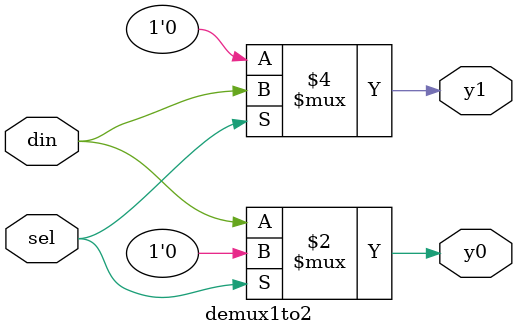
<source format=v>
module demux1to2 (
    input wire din,    // Input data
    input wire sel,    // Select signal
    output wire y0,    // Output 0
    output wire y1     // Output 1
);

    // Demultiplexer logic
    assign y0 = (sel == 1'b0) ? din : 1'b0;
    assign y1 = (sel == 1'b1) ? din : 1'b0;

endmodule

</source>
